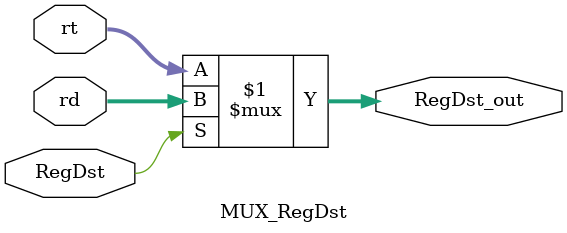
<source format=sv>
module MUX_RegDst(
	input logic RegDst,
	input logic [31:0] rt,
	input logic [31:0] rd,
	output logic [31:0] RegDst_out
);

	assign RegDst_out= RegDst ? rd : rt;

endmodule

</source>
